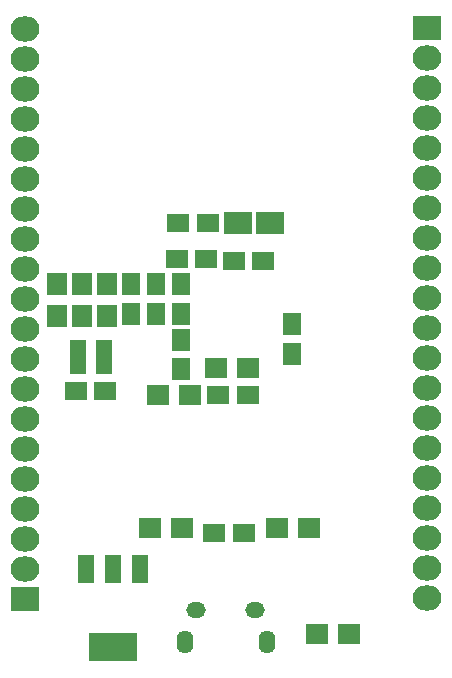
<source format=gbr>
G04 #@! TF.FileFunction,Soldermask,Bot*
%FSLAX46Y46*%
G04 Gerber Fmt 4.6, Leading zero omitted, Abs format (unit mm)*
G04 Created by KiCad (PCBNEW 4.0.2+dfsg1-stable) date Fri Nov  3 12:39:00 2017*
%MOMM*%
G01*
G04 APERTURE LIST*
%ADD10C,0.100000*%
%ADD11R,2.350720X1.901140*%
%ADD12R,1.900000X1.650000*%
%ADD13R,1.650000X1.900000*%
%ADD14R,1.900000X1.700000*%
%ADD15R,1.700000X1.900000*%
%ADD16R,1.460000X1.050000*%
%ADD17R,4.057600X2.432000*%
%ADD18R,1.416000X2.432000*%
%ADD19O,1.650000X1.350000*%
%ADD20O,1.400000X1.950000*%
%ADD21R,2.432000X2.127200*%
%ADD22O,2.432000X2.127200*%
G04 APERTURE END LIST*
D10*
D11*
X152025860Y-102200000D03*
X154774140Y-102200000D03*
D12*
X140800000Y-116400000D03*
X138300000Y-116400000D03*
D13*
X147200000Y-114550000D03*
X147200000Y-112050000D03*
X145100000Y-107350000D03*
X145100000Y-109850000D03*
X147200000Y-107350000D03*
X147200000Y-109850000D03*
D12*
X146950000Y-102200000D03*
X149450000Y-102200000D03*
X150000000Y-128400000D03*
X152500000Y-128400000D03*
X152850000Y-116700000D03*
X150350000Y-116700000D03*
X151650000Y-105400000D03*
X154150000Y-105400000D03*
D13*
X156600000Y-113250000D03*
X156600000Y-110750000D03*
X143000000Y-107350000D03*
X143000000Y-109850000D03*
D12*
X149350000Y-105200000D03*
X146850000Y-105200000D03*
D14*
X144600000Y-128000000D03*
X147300000Y-128000000D03*
X158050000Y-128000000D03*
X155350000Y-128000000D03*
D15*
X138800000Y-107300000D03*
X138800000Y-110000000D03*
X136700000Y-107300000D03*
X136700000Y-110000000D03*
X140900000Y-107300000D03*
X140900000Y-110000000D03*
D14*
X150150000Y-114400000D03*
X152850000Y-114400000D03*
X147950000Y-116700000D03*
X145250000Y-116700000D03*
X158700000Y-137000000D03*
X161400000Y-137000000D03*
D16*
X138500000Y-114450000D03*
X138500000Y-113500000D03*
X138500000Y-112550000D03*
X140700000Y-112550000D03*
X140700000Y-114450000D03*
X140700000Y-113500000D03*
D17*
X141400000Y-138100000D03*
D18*
X141400000Y-131496000D03*
X143686000Y-131496000D03*
X139114000Y-131496000D03*
D19*
X148499100Y-134937460D03*
X153499100Y-134937460D03*
D20*
X147499100Y-137637460D03*
X154499100Y-137637460D03*
D21*
X168000000Y-85680000D03*
D22*
X168000000Y-88220000D03*
X168000000Y-90760000D03*
X168000000Y-93300000D03*
X168000000Y-95840000D03*
X168000000Y-98380000D03*
X168000000Y-100920000D03*
X168000000Y-103460000D03*
X168000000Y-106000000D03*
X168000000Y-108540000D03*
X168000000Y-111080000D03*
X168000000Y-113620000D03*
X168000000Y-116160000D03*
X168000000Y-118700000D03*
X168000000Y-121240000D03*
X168000000Y-123780000D03*
X168000000Y-126320000D03*
X168000000Y-128860000D03*
X168000000Y-131400000D03*
X168000000Y-133940000D03*
D21*
X134000000Y-134000000D03*
D22*
X134000000Y-131460000D03*
X134000000Y-128920000D03*
X134000000Y-126380000D03*
X134000000Y-123840000D03*
X134000000Y-121300000D03*
X134000000Y-118760000D03*
X134000000Y-116220000D03*
X134000000Y-113680000D03*
X134000000Y-111140000D03*
X134000000Y-108600000D03*
X134000000Y-106060000D03*
X134000000Y-103520000D03*
X134000000Y-100980000D03*
X134000000Y-98440000D03*
X134000000Y-95900000D03*
X134000000Y-93360000D03*
X134000000Y-90820000D03*
X134000000Y-88280000D03*
X134000000Y-85740000D03*
M02*

</source>
